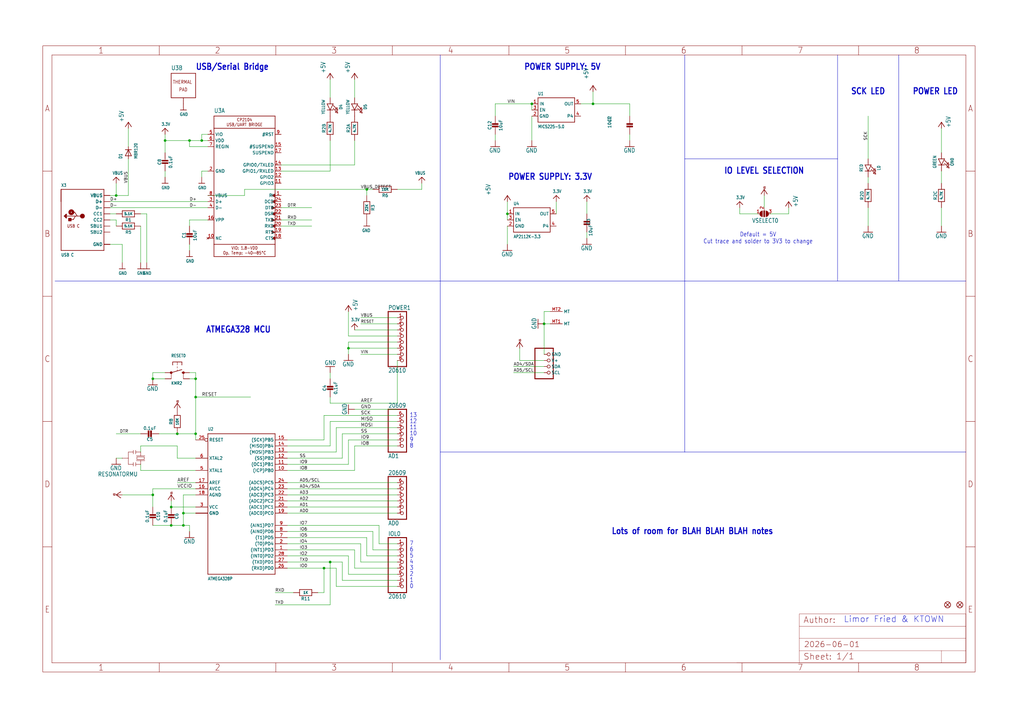
<source format=kicad_sch>
(kicad_sch (version 20230121) (generator eeschema)
  (paper "User" 425.45 298.602)
  (junction (at 73.66 180.34))
  (junction (at 71.12 210.82))
  (junction (at 71.12 218.44))
  (junction (at 137.16 233.68))
  (junction (at 81.28 180.34))
  (junction (at 76.2 218.44))
  (junction (at 144.78 144.78))
  (junction (at 68.58 58.42))
  (junction (at 63.5 157.48))
  (junction (at 152.4 78.74))
  (junction (at 210.82 88.9))
  (junction (at 226.06 134.62))
  (junction (at 246.38 43.18))
  (junction (at 63.5 205.74))
  (junction (at 81.28 165.1))
  (junction (at 48.26 81.28))
  (junction (at 78.74 58.42))
  (junction (at 220.98 43.18))
  (junction (at 76.2 213.36))
  (junction (at 134.62 236.22))
  (junction (at 81.28 157.48))
  (junction (at 83.82 58.42))
  (wire (pts (xy 86.36 55.88) (xy 83.82 55.88)) (stroke (width 0.1524)))
  (wire (pts (xy 81.28 182.88) (xy 81.28 180.34)) (stroke (width 0.1524)))
  (wire (pts (xy 144.78 231.14) (xy 119.38 231.14)) (stroke (width 0.1524)))
  (wire (pts (xy 139.7 187.96) (xy 119.38 187.96)) (stroke (width 0.1524)))
  (wire (pts (xy 83.82 55.88) (xy 83.82 58.42)) (stroke (width 0.1524)))
  (wire (pts (xy 243.84 96.52) (xy 243.84 99.06)) (stroke (width 0.1524)))
  (wire (pts (xy 76.2 213.36) (xy 81.28 213.36)) (stroke (width 0.1524)))
  (wire (pts (xy 165.1 213.36) (xy 119.38 213.36)) (stroke (width 0.1524)))
  (wire (pts (xy 45.72 83.82) (xy 86.36 83.82)) (stroke (width 0.1524)))
  (wire (pts (xy 50.8 101.6) (xy 45.72 101.6)) (stroke (width 0.1524)))
  (wire (pts (xy 147.32 185.42) (xy 165.1 185.42)) (stroke (width 0.1524)))
  (polyline (pts (xy 347.98 116.84) (xy 373.38 116.84)) (stroke (width 0.1524) (type solid)))
  (wire (pts (xy 165.1 182.88) (xy 144.78 182.88)) (stroke (width 0.1524)))
  (wire (pts (xy 63.5 205.74) (xy 63.5 203.2)) (stroke (width 0.1524)))
  (wire (pts (xy 137.16 233.68) (xy 142.24 233.68)) (stroke (width 0.1524)))
  (wire (pts (xy 137.16 58.42) (xy 137.16 71.12)) (stroke (width 0.1524)))
  (wire (pts (xy 226.06 134.62) (xy 228.6 134.62)) (stroke (width 0.1524)))
  (wire (pts (xy 165.1 233.68) (xy 149.86 233.68)) (stroke (width 0.1524)))
  (polyline (pts (xy 347.98 22.86) (xy 347.98 66.04)) (stroke (width 0.1524) (type solid)))
  (wire (pts (xy 86.36 81.28) (xy 101.6 81.28)) (stroke (width 0.1524)))
  (wire (pts (xy 142.24 180.34) (xy 165.1 180.34)) (stroke (width 0.1524)))
  (wire (pts (xy 327.66 88.9) (xy 320.04 88.9)) (stroke (width 0.1524)))
  (wire (pts (xy 307.34 88.9) (xy 314.96 88.9)) (stroke (width 0.1524)))
  (wire (pts (xy 58.42 185.42) (xy 73.66 185.42)) (stroke (width 0.1524)))
  (wire (pts (xy 144.78 129.54) (xy 144.78 139.7)) (stroke (width 0.1524)))
  (wire (pts (xy 81.28 205.74) (xy 76.2 205.74)) (stroke (width 0.1524)))
  (wire (pts (xy 83.82 58.42) (xy 78.74 58.42)) (stroke (width 0.1524)))
  (wire (pts (xy 220.98 45.72) (xy 220.98 43.18)) (stroke (width 0.1524)))
  (wire (pts (xy 165.1 78.74) (xy 175.26 78.74)) (stroke (width 0.1524)))
  (wire (pts (xy 139.7 243.84) (xy 139.7 236.22)) (stroke (width 0.1524)))
  (wire (pts (xy 152.4 231.14) (xy 165.1 231.14)) (stroke (width 0.1524)))
  (wire (pts (xy 53.34 66.04) (xy 53.34 81.28)) (stroke (width 0.1524)))
  (wire (pts (xy 114.3 251.46) (xy 137.16 251.46)) (stroke (width 0.1524)))
  (wire (pts (xy 165.1 177.8) (xy 139.7 177.8)) (stroke (width 0.1524)))
  (wire (pts (xy 53.34 53.34) (xy 53.34 60.96)) (stroke (width 0.1524)))
  (wire (pts (xy 119.38 210.82) (xy 165.1 210.82)) (stroke (width 0.1524)))
  (wire (pts (xy 81.28 195.58) (xy 58.42 195.58)) (stroke (width 0.1524)))
  (wire (pts (xy 71.12 210.82) (xy 71.12 208.28)) (stroke (width 0.1524)))
  (wire (pts (xy 48.26 81.28) (xy 48.26 76.2)) (stroke (width 0.1524)))
  (wire (pts (xy 165.1 167.64) (xy 165.1 149.86)) (stroke (width 0.1524)))
  (wire (pts (xy 317.5 81.28) (xy 317.5 86.36)) (stroke (width 0.1524)))
  (wire (pts (xy 50.8 190.5) (xy 48.26 190.5)) (stroke (width 0.1524)))
  (wire (pts (xy 78.74 60.96) (xy 78.74 58.42)) (stroke (width 0.1524)))
  (wire (pts (xy 157.48 226.06) (xy 165.1 226.06)) (stroke (width 0.1524)))
  (wire (pts (xy 76.2 205.74) (xy 76.2 213.36)) (stroke (width 0.1524)))
  (wire (pts (xy 142.24 190.5) (xy 142.24 180.34)) (stroke (width 0.1524)))
  (wire (pts (xy 147.32 236.22) (xy 165.1 236.22)) (stroke (width 0.1524)))
  (wire (pts (xy 53.34 81.28) (xy 48.26 81.28)) (stroke (width 0.1524)))
  (wire (pts (xy 165.1 208.28) (xy 119.38 208.28)) (stroke (width 0.1524)))
  (wire (pts (xy 152.4 223.52) (xy 152.4 231.14)) (stroke (width 0.1524)))
  (wire (pts (xy 228.6 129.54) (xy 226.06 129.54)) (stroke (width 0.1524)))
  (wire (pts (xy 165.1 142.24) (xy 144.78 142.24)) (stroke (width 0.1524)))
  (wire (pts (xy 63.5 210.82) (xy 63.5 205.74)) (stroke (width 0.1524)))
  (wire (pts (xy 165.1 167.64) (xy 137.16 167.64)) (stroke (width 0.1524)))
  (wire (pts (xy 48.26 180.34) (xy 58.42 180.34)) (stroke (width 0.1524)))
  (wire (pts (xy 226.06 147.32) (xy 226.06 134.62)) (stroke (width 0.1524)))
  (wire (pts (xy 261.62 43.18) (xy 261.62 48.26)) (stroke (width 0.1524)))
  (wire (pts (xy 144.78 238.76) (xy 144.78 231.14)) (stroke (width 0.1524)))
  (wire (pts (xy 147.32 195.58) (xy 147.32 185.42)) (stroke (width 0.1524)))
  (wire (pts (xy 119.38 182.88) (xy 134.62 182.88)) (stroke (width 0.1524)))
  (wire (pts (xy 86.36 58.42) (xy 83.82 58.42)) (stroke (width 0.1524)))
  (wire (pts (xy 134.62 246.38) (xy 132.08 246.38)) (stroke (width 0.1524)))
  (wire (pts (xy 81.28 203.2) (xy 63.5 203.2)) (stroke (width 0.1524)))
  (wire (pts (xy 119.38 205.74) (xy 165.1 205.74)) (stroke (width 0.1524)))
  (wire (pts (xy 73.66 190.5) (xy 81.28 190.5)) (stroke (width 0.1524)))
  (polyline (pts (xy 347.98 66.04) (xy 347.98 116.84)) (stroke (width 0.1524) (type solid)))
  (wire (pts (xy 147.32 68.58) (xy 147.32 58.42)) (stroke (width 0.1524)))
  (wire (pts (xy 215.9 149.86) (xy 215.9 144.78)) (stroke (width 0.1524)))
  (wire (pts (xy 63.5 154.94) (xy 63.5 157.48)) (stroke (width 0.1524)))
  (polyline (pts (xy 284.48 187.96) (xy 182.88 187.96)) (stroke (width 0.1524) (type solid)))
  (wire (pts (xy 78.74 157.48) (xy 81.28 157.48)) (stroke (width 0.1524)))
  (wire (pts (xy 101.6 78.74) (xy 152.4 78.74)) (stroke (width 0.1524)))
  (wire (pts (xy 327.66 86.36) (xy 327.66 88.9)) (stroke (width 0.1524)))
  (wire (pts (xy 165.1 203.2) (xy 119.38 203.2)) (stroke (width 0.1524)))
  (wire (pts (xy 210.82 88.9) (xy 210.82 83.82)) (stroke (width 0.1524)))
  (wire (pts (xy 81.28 180.34) (xy 81.28 165.1)) (stroke (width 0.1524)))
  (wire (pts (xy 119.38 233.68) (xy 137.16 233.68)) (stroke (width 0.1524)))
  (wire (pts (xy 73.66 180.34) (xy 81.28 180.34)) (stroke (width 0.1524)))
  (wire (pts (xy 116.84 71.12) (xy 137.16 71.12)) (stroke (width 0.1524)))
  (wire (pts (xy 68.58 71.12) (xy 68.58 73.66)) (stroke (width 0.1524)))
  (wire (pts (xy 58.42 187.96) (xy 58.42 185.42)) (stroke (width 0.1524)))
  (wire (pts (xy 66.04 180.34) (xy 73.66 180.34)) (stroke (width 0.1524)))
  (wire (pts (xy 134.62 236.22) (xy 119.38 236.22)) (stroke (width 0.1524)))
  (polyline (pts (xy 22.86 116.84) (xy 182.88 116.84)) (stroke (width 0.1524) (type solid)))
  (wire (pts (xy 78.74 91.44) (xy 78.74 93.98)) (stroke (width 0.1524)))
  (wire (pts (xy 116.84 68.58) (xy 147.32 68.58)) (stroke (width 0.1524)))
  (polyline (pts (xy 284.48 116.84) (xy 347.98 116.84)) (stroke (width 0.1524) (type solid)))
  (wire (pts (xy 226.06 129.54) (xy 226.06 134.62)) (stroke (width 0.1524)))
  (wire (pts (xy 137.16 33.02) (xy 137.16 40.64)) (stroke (width 0.1524)))
  (wire (pts (xy 144.78 142.24) (xy 144.78 144.78)) (stroke (width 0.1524)))
  (wire (pts (xy 137.16 175.26) (xy 165.1 175.26)) (stroke (width 0.1524)))
  (polyline (pts (xy 182.88 187.96) (xy 182.88 116.84)) (stroke (width 0.1524) (type solid)))
  (wire (pts (xy 81.28 157.48) (xy 81.28 165.1)) (stroke (width 0.1524)))
  (wire (pts (xy 81.28 154.94) (xy 81.28 157.48)) (stroke (width 0.1524)))
  (wire (pts (xy 78.74 154.94) (xy 81.28 154.94)) (stroke (width 0.1524)))
  (wire (pts (xy 78.74 218.44) (xy 78.74 220.98)) (stroke (width 0.1524)))
  (wire (pts (xy 243.84 83.82) (xy 243.84 88.9)) (stroke (width 0.1524)))
  (wire (pts (xy 134.62 172.72) (xy 165.1 172.72)) (stroke (width 0.1524)))
  (wire (pts (xy 48.26 91.44) (xy 48.26 93.98)) (stroke (width 0.1524)))
  (wire (pts (xy 76.2 218.44) (xy 71.12 218.44)) (stroke (width 0.1524)))
  (wire (pts (xy 137.16 165.1) (xy 137.16 167.64)) (stroke (width 0.1524)))
  (wire (pts (xy 226.06 149.86) (xy 215.9 149.86)) (stroke (width 0.1524)))
  (wire (pts (xy 81.28 200.66) (xy 73.66 200.66)) (stroke (width 0.1524)))
  (wire (pts (xy 137.16 251.46) (xy 137.16 233.68)) (stroke (width 0.1524)))
  (polyline (pts (xy 284.48 116.84) (xy 284.48 187.96)) (stroke (width 0.1524) (type solid)))
  (wire (pts (xy 116.84 86.36) (xy 129.54 86.36)) (stroke (width 0.1524)))
  (wire (pts (xy 147.32 40.64) (xy 147.32 33.02)) (stroke (width 0.1524)))
  (wire (pts (xy 134.62 182.88) (xy 134.62 172.72)) (stroke (width 0.1524)))
  (wire (pts (xy 144.78 182.88) (xy 144.78 193.04)) (stroke (width 0.1524)))
  (wire (pts (xy 154.94 228.6) (xy 154.94 220.98)) (stroke (width 0.1524)))
  (wire (pts (xy 137.16 157.48) (xy 137.16 154.94)) (stroke (width 0.1524)))
  (wire (pts (xy 142.24 241.3) (xy 165.1 241.3)) (stroke (width 0.1524)))
  (wire (pts (xy 175.26 78.74) (xy 175.26 76.2)) (stroke (width 0.1524)))
  (wire (pts (xy 241.3 43.18) (xy 246.38 43.18)) (stroke (width 0.1524)))
  (wire (pts (xy 119.38 190.5) (xy 142.24 190.5)) (stroke (width 0.1524)))
  (wire (pts (xy 360.68 76.2) (xy 360.68 73.66)) (stroke (width 0.1524)))
  (wire (pts (xy 137.16 185.42) (xy 119.38 185.42)) (stroke (width 0.1524)))
  (wire (pts (xy 210.82 101.6) (xy 210.82 93.98)) (stroke (width 0.1524)))
  (wire (pts (xy 205.74 43.18) (xy 205.74 48.26)) (stroke (width 0.1524)))
  (wire (pts (xy 119.38 223.52) (xy 152.4 223.52)) (stroke (width 0.1524)))
  (wire (pts (xy 231.14 83.82) (xy 231.14 88.9)) (stroke (width 0.1524)))
  (wire (pts (xy 114.3 246.38) (xy 121.92 246.38)) (stroke (width 0.1524)))
  (wire (pts (xy 391.16 86.36) (xy 391.16 93.98)) (stroke (width 0.1524)))
  (wire (pts (xy 142.24 233.68) (xy 142.24 241.3)) (stroke (width 0.1524)))
  (wire (pts (xy 68.58 58.42) (xy 68.58 55.88)) (stroke (width 0.1524)))
  (wire (pts (xy 78.74 101.6) (xy 78.74 104.14)) (stroke (width 0.1524)))
  (wire (pts (xy 261.62 55.88) (xy 261.62 58.42)) (stroke (width 0.1524)))
  (wire (pts (xy 68.58 154.94) (xy 63.5 154.94)) (stroke (width 0.1524)))
  (wire (pts (xy 45.72 81.28) (xy 48.26 81.28)) (stroke (width 0.1524)))
  (wire (pts (xy 149.86 226.06) (xy 119.38 226.06)) (stroke (width 0.1524)))
  (wire (pts (xy 101.6 81.28) (xy 101.6 78.74)) (stroke (width 0.1524)))
  (wire (pts (xy 58.42 93.98) (xy 58.42 109.22)) (stroke (width 0.1524)))
  (wire (pts (xy 68.58 58.42) (xy 68.58 63.5)) (stroke (width 0.1524)))
  (polyline (pts (xy 284.48 116.84) (xy 182.88 116.84)) (stroke (width 0.1524) (type solid)))
  (wire (pts (xy 360.68 93.98) (xy 360.68 86.36)) (stroke (width 0.1524)))
  (wire (pts (xy 71.12 218.44) (xy 63.5 218.44)) (stroke (width 0.1524)))
  (wire (pts (xy 119.38 228.6) (xy 147.32 228.6)) (stroke (width 0.1524)))
  (wire (pts (xy 119.38 195.58) (xy 147.32 195.58)) (stroke (width 0.1524)))
  (wire (pts (xy 45.72 86.36) (xy 86.36 86.36)) (stroke (width 0.1524)))
  (polyline (pts (xy 401.32 187.96) (xy 284.48 187.96)) (stroke (width 0.1524) (type solid)))
  (wire (pts (xy 129.54 93.98) (xy 116.84 93.98)) (stroke (width 0.1524)))
  (wire (pts (xy 157.48 218.44) (xy 157.48 226.06)) (stroke (width 0.1524)))
  (wire (pts (xy 246.38 43.18) (xy 261.62 43.18)) (stroke (width 0.1524)))
  (wire (pts (xy 391.16 53.34) (xy 391.16 63.5)) (stroke (width 0.1524)))
  (polyline (pts (xy 182.88 274.32) (xy 182.88 187.96)) (stroke (width 0.1524) (type solid)))
  (wire (pts (xy 139.7 177.8) (xy 139.7 187.96)) (stroke (width 0.1524)))
  (wire (pts (xy 116.84 91.44) (xy 129.54 91.44)) (stroke (width 0.1524)))
  (wire (pts (xy 104.14 165.1) (xy 81.28 165.1)) (stroke (width 0.1524)))
  (wire (pts (xy 83.82 71.12) (xy 83.82 73.66)) (stroke (width 0.1524)))
  (wire (pts (xy 76.2 218.44) (xy 78.74 218.44)) (stroke (width 0.1524)))
  (wire (pts (xy 86.36 91.44) (xy 78.74 91.44)) (stroke (width 0.1524)))
  (wire (pts (xy 149.86 147.32) (xy 165.1 147.32)) (stroke (width 0.1524)))
  (polyline (pts (xy 284.48 66.04) (xy 347.98 66.04)) (stroke (width 0.1524) (type solid)))
  (wire (pts (xy 205.74 43.18) (xy 220.98 43.18)) (stroke (width 0.1524)))
  (wire (pts (xy 165.1 238.76) (xy 144.78 238.76)) (stroke (width 0.1524)))
  (wire (pts (xy 165.1 144.78) (xy 144.78 144.78)) (stroke (width 0.1524)))
  (wire (pts (xy 134.62 246.38) (xy 134.62 236.22)) (stroke (width 0.1524)))
  (wire (pts (xy 226.06 152.4) (xy 213.36 152.4)) (stroke (width 0.1524)))
  (wire (pts (xy 137.16 185.42) (xy 137.16 175.26)) (stroke (width 0.1524)))
  (wire (pts (xy 78.74 58.42) (xy 68.58 58.42)) (stroke (width 0.1524)))
  (wire (pts (xy 149.86 233.68) (xy 149.86 226.06)) (stroke (width 0.1524)))
  (wire (pts (xy 165.1 139.7) (xy 144.78 139.7)) (stroke (width 0.1524)))
  (wire (pts (xy 68.58 157.48) (xy 63.5 157.48)) (stroke (width 0.1524)))
  (wire (pts (xy 226.06 154.94) (xy 213.36 154.94)) (stroke (width 0.1524)))
  (wire (pts (xy 73.66 185.42) (xy 73.66 190.5)) (stroke (width 0.1524)))
  (wire (pts (xy 165.1 132.08) (xy 149.86 132.08)) (stroke (width 0.1524)))
  (wire (pts (xy 144.78 144.78) (xy 144.78 147.32)) (stroke (width 0.1524)))
  (wire (pts (xy 45.72 91.44) (xy 48.26 91.44)) (stroke (width 0.1524)))
  (polyline (pts (xy 284.48 22.86) (xy 284.48 66.04)) (stroke (width 0.1524) (type solid)))
  (wire (pts (xy 154.94 220.98) (xy 119.38 220.98)) (stroke (width 0.1524)))
  (polyline (pts (xy 182.88 116.84) (xy 182.88 22.86)) (stroke (width 0.1524) (type solid)))
  (wire (pts (xy 86.36 60.96) (xy 78.74 60.96)) (stroke (width 0.1524)))
  (polyline (pts (xy 373.38 116.84) (xy 401.32 116.84)) (stroke (width 0.1524) (type solid)))
  (wire (pts (xy 45.72 88.9) (xy 48.26 88.9)) (stroke (width 0.1524)))
  (wire (pts (xy 119.38 218.44) (xy 157.48 218.44)) (stroke (width 0.1524)))
  (wire (pts (xy 50.8 205.74) (xy 63.5 205.74)) (stroke (width 0.1524)))
  (wire (pts (xy 147.32 228.6) (xy 147.32 236.22)) (stroke (width 0.1524)))
  (wire (pts (xy 76.2 218.44) (xy 76.2 213.36)) (stroke (width 0.1524)))
  (wire (pts (xy 119.38 200.66) (xy 165.1 200.66)) (stroke (width 0.1524)))
  (polyline (pts (xy 284.48 66.04) (xy 284.48 116.84)) (stroke (width 0.1524) (type solid)))
  (wire (pts (xy 86.36 71.12) (xy 83.82 71.12)) (stroke (width 0.1524)))
  (wire (pts (xy 50.8 109.22) (xy 50.8 101.6)) (stroke (width 0.1524)))
  (wire (pts (xy 220.98 48.26) (xy 220.98 58.42)) (stroke (width 0.1524)))
  (wire (pts (xy 152.4 78.74) (xy 152.4 81.28)) (stroke (width 0.1524)))
  (wire (pts (xy 391.16 76.2) (xy 391.16 71.12)) (stroke (width 0.1524)))
  (wire (pts (xy 149.86 134.62) (xy 165.1 134.62)) (stroke (width 0.1524)))
  (wire (pts (xy 58.42 195.58) (xy 58.42 193.04)) (stroke (width 0.1524)))
  (wire (pts (xy 360.68 66.04) (xy 360.68 48.26)) (stroke (width 0.1524)))
  (wire (pts (xy 144.78 193.04) (xy 119.38 193.04)) (stroke (width 0.1524)))
  (wire (pts (xy 165.1 137.16) (xy 147.32 137.16)) (stroke (width 0.1524)))
  (wire (pts (xy 165.1 243.84) (xy 139.7 243.84)) (stroke (width 0.1524)))
  (wire (pts (xy 205.74 55.88) (xy 205.74 58.42)) (stroke (width 0.1524)))
  (wire (pts (xy 81.28 210.82) (xy 71.12 210.82)) (stroke (width 0.1524)))
  (wire (pts (xy 58.42 88.9) (xy 60.96 88.9)) (stroke (width 0.1524)))
  (wire (pts (xy 246.38 38.1) (xy 246.38 43.18)) (stroke (width 0.1524)))
  (polyline (pts (xy 373.38 22.86) (xy 373.38 116.84)) (stroke (width 0.1524) (type solid)))
  (wire (pts (xy 165.1 170.18) (xy 147.32 170.18)) (stroke (width 0.1524)))
  (wire (pts (xy 210.82 91.44) (xy 210.82 88.9)) (stroke (width 0.1524)))
  (wire (pts (xy 307.34 86.36) (xy 307.34 88.9)) (stroke (width 0.1524)))
  (wire (pts (xy 60.96 88.9) (xy 60.96 109.22)) (stroke (width 0.1524)))
  (wire (pts (xy 152.4 78.74) (xy 154.94 78.74)) (stroke (width 0.1524)))
  (wire (pts (xy 165.1 228.6) (xy 154.94 228.6)) (stroke (width 0.1524)))
  (wire (pts (xy 139.7 236.22) (xy 134.62 236.22)) (stroke (width 0.1524)))
  (text "10" (at 170.18 180.34 0) (effects (font (size 1.778 1.5113)) (justify left)))
  (text "5" (at 170.18 231.14 0) (effects (font (size 1.778 1.5113)) (justify left)))
  (text "12" (at 170.18 175.26 0) (effects (font (size 1.778 1.5113)) (justify left)))
  (text "11" (at 170.18 177.8 0) (effects (font (size 1.778 1.5113)) (justify left)))
  (text "Limor Fried & KTOWN" (at 350.52 259.08 0) (effects (font (size 2.54 2.54)) (justify left bottom)))
  (text "SCK LED" (at 360.68 38.1 0) (effects (font (size 2.54 2.159) (thickness 0.4318) bold)))
  (text "POWER LED" (at 388.62 38.1 0) (effects (font (size 2.54 2.159) (thickness 0.4318) bold)))
  (text "3" (at 170.18 236.22 0) (effects (font (size 1.778 1.5113)) (justify left)))
  (text "POWER SUPPLY: 5V" (at 233.68 27.94 0) (effects (font (size 2.54 2.159) (thickness 0.4318) bold)))
  (text "8" (at 170.18 185.42 0) (effects (font (size 1.778 1.5113)) (justify left)))
  (text "2" (at 170.18 238.76 0) (effects (font (size 1.778 1.5113)) (justify left)))
  (text "4" (at 170.18 233.68 0) (effects (font (size 1.778 1.5113)) (justify left)))
  (text "USB/Serial Bridge" (at 96.52 27.94 0) (effects (font (size 2.54 2.159) (thickness 0.4318) bold)))
  (text "POWER SUPPLY: 3.3V" (at 228.6 73.66 0) (effects (font (size 2.54 2.159) (thickness 0.4318) bold)))
  (text "1" (at 170.18 241.3 0) (effects (font (size 1.778 1.5113)) (justify left)))
  (text "9" (at 170.18 182.88 0) (effects (font (size 1.778 1.5113)) (justify left)))
  (text "ATMEGA328 MCU" (at 99.06 137.16 0) (effects (font (size 2.54 2.159) (thickness 0.4318) bold)))
  (text "IO LEVEL SELECTION" (at 317.5 71.12 0) (effects (font (size 2.54 2.159) (thickness 0.4318) bold)))
  (text "7" (at 170.18 226.06 0) (effects (font (size 1.778 1.5113)) (justify left)))
  (text "6" (at 170.18 228.6 0) (effects (font (size 1.778 1.5113)) (justify left)))
  (text "0" (at 170.18 243.84 0) (effects (font (size 1.778 1.5113)) (justify left)))
  (text "Default = 5V\nCut trace and solder to 3V3 to change" (at 314.96 99.06 0) (effects (font (size 1.778 1.5113))))
  (text "13" (at 170.18 172.72 0) (effects (font (size 1.778 1.5113)) (justify left)))
  (text "Lots of room for BLAH BLAH BLAH notes" (at 254 220.98 0) (effects (font (size 2.54 2.159) (thickness 0.4318) bold) (justify left)))
  (label "VBUS_DETECT" (at 149.86 78.74 0) (effects (font (size 1.2446 1.2446))))
  (label "VCCIO" (at 73.66 203.2 0) (effects (font (size 1.3513 1.3513))))
  (label "RXD" (at 114.3 246.38 0) (effects (font (size 1.2446 1.2446))))
  (label "AREF" (at 73.66 200.66 0) (effects (font (size 1.3513 1.3513))))
  (label "MISO" (at 149.86 175.26 0) (effects (font (size 1.3513 1.3513))))
  (label "IO9" (at 124.46 193.04 0) (effects (font (size 1.2446 1.2446))))
  (label "IO2" (at 124.46 231.14 0) (effects (font (size 1.2446 1.2446))))
  (label "AD4/SDA" (at 124.46 203.2 0) (effects (font (size 1.2446 1.2446))))
  (label "D-" (at 45.72 86.36 0) (effects (font (size 1.2446 1.2446))))
  (label "D+" (at 78.74 83.82 0) (effects (font (size 1.2446 1.2446))))
  (label "IO3" (at 124.46 228.6 0) (effects (font (size 1.2446 1.2446))))
  (label "TXD" (at 119.38 93.98 0) (effects (font (size 1.2446 1.2446))))
  (label "D+" (at 45.72 83.82 0) (effects (font (size 1.2446 1.2446))))
  (label "MOSI" (at 149.86 177.8 0) (effects (font (size 1.3513 1.3513))))
  (label "IO5" (at 124.46 223.52 0) (effects (font (size 1.2446 1.2446))))
  (label "IO0" (at 124.46 236.22 0) (effects (font (size 1.2446 1.2446))))
  (label "IO7" (at 124.46 218.44 0) (effects (font (size 1.2446 1.2446))))
  (label "IO9" (at 149.86 182.88 0) (effects (font (size 1.3513 1.3513))))
  (label "AD5/SCL" (at 213.36 154.94 0) (effects (font (size 1.2446 1.2446))))
  (label "IO6" (at 124.46 220.98 0) (effects (font (size 1.2446 1.2446))))
  (label "SS" (at 124.46 190.5 0) (effects (font (size 1.2446 1.2446))))
  (label "AD3" (at 124.46 205.74 0) (effects (font (size 1.2446 1.2446))))
  (label "VBUS" (at 149.86 132.08 0) (effects (font (size 1.2446 1.2446))))
  (label "AD1" (at 124.46 210.82 0) (effects (font (size 1.2446 1.2446))))
  (label "RXD" (at 119.38 91.44 0) (effects (font (size 1.2446 1.2446))))
  (label "VBUS" (at 53.34 76.2 90) (effects (font (size 1.2446 1.2446))))
  (label "AD5/SCL" (at 124.46 200.66 0) (effects (font (size 1.2446 1.2446))))
  (label "SCK" (at 149.86 172.72 0) (effects (font (size 1.3513 1.3513))))
  (label "AD4/SDA" (at 213.36 152.4 0) (effects (font (size 1.2446 1.2446))))
  (label "RESET" (at 83.82 165.1 0) (effects (font (size 1.3513 1.3513))))
  (label "TXD" (at 124.46 233.68 0) (effects (font (size 1.2446 1.2446))))
  (label "DTR" (at 53.34 180.34 180) (effects (font (size 1.2446 1.2446))))
  (label "AD2" (at 124.46 208.28 0) (effects (font (size 1.2446 1.2446))))
  (label "IO8" (at 124.46 195.58 0) (effects (font (size 1.2446 1.2446))))
  (label "AREF" (at 149.86 167.64 0) (effects (font (size 1.3513 1.3513))))
  (label "AD0" (at 124.46 213.36 0) (effects (font (size 1.2446 1.2446))))
  (label "IO8" (at 149.86 185.42 0) (effects (font (size 1.3513 1.3513))))
  (label "TXD" (at 114.3 251.46 0) (effects (font (size 1.2446 1.2446))))
  (label "D-" (at 78.74 86.36 0) (effects (font (size 1.2446 1.2446))))
  (label "SS" (at 149.86 180.34 0) (effects (font (size 1.3513 1.3513))))
  (label "VIN" (at 149.86 147.32 0) (effects (font (size 1.2446 1.2446))))
  (label "GND" (at 149.86 170.18 0) (effects (font (size 1.3513 1.3513))))
  (label "VIN" (at 210.82 43.18 0) (effects (font (size 1.2446 1.2446))))
  (label "RESET" (at 149.86 134.62 0) (effects (font (size 1.1735 1.1735))))
  (label "SCK" (at 360.68 58.42 90) (effects (font (size 1.2446 1.2446))))
  (label "IO4" (at 124.46 226.06 0) (effects (font (size 1.2446 1.2446))))
  (label "DTR" (at 119.38 86.36 0) (effects (font (size 1.2446 1.2446))))
  (symbol (lib_id "working-eagle-import:3.3V") (at 307.34 83.82 0) (unit 1)
    (property "Reference" "#U$9" (effects hide))
    (property "Value" "3.3V" (at 305.816 82.804 0) (effects (font (size 1.27 1.0795)) (justify left bottom)))
  )
  (symbol (lib_id "working-eagle-import:+5V") (at 246.38 35.56 0) (unit 1)
    (property "Reference" "#P+14" (effects hide))
    (property "Value" "+5V" (at 244.475 33.02 90) (effects (font (size 1.778 1.5113)) (justify left bottom)))
  )
  (symbol (lib_id "working-eagle-import:microbuilder_GND") (at 83.82 76.2 0) (unit 1)
    (property "Reference" "#U$15" (effects hide))
    (property "Value" "GND" (at 82.296 78.74 0) (effects (font (size 1.27 1.0795)) (justify left bottom)))
  )
  (symbol (lib_id "working-eagle-import:RESISTOR_0603_NOOUT") (at 152.4 86.36 270) (mirror x) (unit 1)
    (property "Reference" "R3" (at 154.94 86.36 0))
    (property "Value" "22K" (at 152.4 86.36 0) (effects (font (size 1.016 1.016) bold)))
    (property "Footprint" "working:0603-NO" (effects hide))
  )
  (symbol (lib_id "working-eagle-import:SWITCH_TACT_SMT4.6X2.8") (at 73.66 154.94 0) (unit 1)
    (property "Reference" "RESET0" (at 71.12 148.59 0) (effects (font (size 1.27 1.0795)) (justify left bottom)))
    (property "Value" "KMR2" (at 71.12 160.02 0) (effects (font (size 1.27 1.0795)) (justify left bottom)))
    (property "Footprint" "working:BTN_KMR2_4.6X2.8" (effects hide))
  )
  (symbol (lib_id "working-eagle-import:STEMMA_I2C_QT") (at 226.06 152.4 0) (unit 1)
    (property "Reference" "CONN1" (effects hide))
    (property "Value" "STEMMA_I2C_QT" (effects hide))
    (property "Footprint" "working:JST_SH4" (effects hide))
  )
  (symbol (lib_id "working-eagle-import:USB_C") (at 35.56 91.44 0) (unit 1)
    (property "Reference" "X3" (at 25.4 77.724 0) (effects (font (size 1.27 1.0795)) (justify left bottom)))
    (property "Value" "USB C" (at 25.4 106.68 0) (effects (font (size 1.27 1.0795)) (justify left bottom)))
    (property "Footprint" "working:USB_C_CUSB31-CFM2AX-01-X" (effects hide))
  )
  (symbol (lib_id "working-eagle-import:FIDUCIAL_1MM") (at 398.78 251.46 0) (unit 1)
    (property "Reference" "FD2" (effects hide))
    (property "Value" "FIDUCIAL_1MM" (effects hide))
    (property "Footprint" "working:FIDUCIAL_1MM" (effects hide))
  )
  (symbol (lib_id "working-eagle-import:GND") (at 210.82 104.14 0) (unit 1)
    (property "Reference" "#GND1" (effects hide))
    (property "Value" "GND" (at 208.28 106.68 0) (effects (font (size 1.778 1.5113)) (justify left bottom)))
  )
  (symbol (lib_id "working-eagle-import:SOLDERJUMPER_2WAY") (at 317.5 88.9 0) (unit 1)
    (property "Reference" "VSELECT0" (at 312.42 92.71 0) (effects (font (size 1.778 1.5113)) (justify left bottom)))
    (property "Value" "SOLDERJUMPER_2WAY" (effects hide))
    (property "Footprint" "working:SOLDERJUMPER_2WAY_OPEN_NOPASTE" (effects hide))
  )
  (symbol (lib_id "working-eagle-import:CAP_CERAMIC0603_NO") (at 71.12 213.36 180) (unit 1)
    (property "Reference" "C6" (at 73.41 214.61 90))
    (property "Value" "0.1uF" (at 68.82 214.61 90))
    (property "Footprint" "working:0603-NO" (effects hide))
  )
  (symbol (lib_id "working-eagle-import:GND") (at 220.98 60.96 0) (unit 1)
    (property "Reference" "#GND11" (effects hide))
    (property "Value" "GND" (at 218.44 63.5 0) (effects (font (size 1.778 1.5113)) (justify left bottom)))
  )
  (symbol (lib_id "working-eagle-import:RESISTOR_0603_NOOUT") (at 53.34 93.98 180) (unit 1)
    (property "Reference" "R5" (at 53.34 96.52 0))
    (property "Value" "5.1K" (at 53.34 93.98 0) (effects (font (size 1.016 1.016) bold)))
    (property "Footprint" "working:0603-NO" (effects hide))
  )
  (symbol (lib_id "working-eagle-import:CP2104") (at 101.6 76.2 0) (unit 1)
    (property "Reference" "U3" (at 88.9 46.99 0) (effects (font (size 1.778 1.5113)) (justify left bottom)))
    (property "Value" "CP210x" (effects hide))
    (property "Footprint" "working:QFN24_4MM_SMSC" (effects hide))
  )
  (symbol (lib_id "working-eagle-import:+5V") (at 137.16 30.48 0) (unit 1)
    (property "Reference" "#P+7" (effects hide))
    (property "Value" "+5V" (at 135.255 30.48 90) (effects (font (size 1.778 1.5113)) (justify left bottom)))
  )
  (symbol (lib_id "working-eagle-import:microbuilder_GND") (at 68.58 76.2 0) (unit 1)
    (property "Reference" "#U$19" (effects hide))
    (property "Value" "GND" (at 67.056 78.74 0) (effects (font (size 1.27 1.0795)) (justify left bottom)))
  )
  (symbol (lib_id "working-eagle-import:adafruit_power_VBUS") (at 48.26 73.66 0) (unit 1)
    (property "Reference" "#U$28" (effects hide))
    (property "Value" "VBUS" (at 46.736 72.644 0) (effects (font (size 1.27 1.0795)) (justify left bottom)))
  )
  (symbol (lib_id "working-eagle-import:3.3V") (at 147.32 134.62 0) (unit 1)
    (property "Reference" "#U$8" (effects hide))
    (property "Value" "3.3V" (at 145.796 133.604 0) (effects (font (size 1.27 1.0795)) (justify left bottom)))
  )
  (symbol (lib_id "working-eagle-import:GND") (at 48.26 193.04 0) (unit 1)
    (property "Reference" "#GND3" (effects hide))
    (property "Value" "GND" (at 45.72 195.58 0) (effects (font (size 1.778 1.5113)) (justify left bottom)))
  )
  (symbol (lib_id "working-eagle-import:GND") (at 205.74 60.96 0) (unit 1)
    (property "Reference" "#GND25" (effects hide))
    (property "Value" "GND" (at 203.2 63.5 0) (effects (font (size 1.778 1.5113)) (justify left bottom)))
  )
  (symbol (lib_id "working-eagle-import:VCCIO") (at 215.9 142.24 0) (unit 1)
    (property "Reference" "#VCC3" (effects hide))
    (property "Value" "VCCIO" (effects hide))
  )
  (symbol (lib_id "working-eagle-import:RESISTOR_4PACK") (at 147.32 53.34 90) (unit 1)
    (property "Reference" "R2" (at 144.78 53.34 0))
    (property "Value" "4.7K" (at 147.32 53.34 0) (effects (font (size 1.016 1.016) bold)))
    (property "Footprint" "working:RESPACK_4X0603" (effects hide))
  )
  (symbol (lib_id "working-eagle-import:3.3V") (at 231.14 81.28 0) (unit 1)
    (property "Reference" "#U$3" (effects hide))
    (property "Value" "3.3V" (at 229.616 80.264 0) (effects (font (size 1.27 1.0795)) (justify left bottom)))
  )
  (symbol (lib_id "working-eagle-import:VCCIO") (at 71.12 205.74 0) (unit 1)
    (property "Reference" "#VCC4" (effects hide))
    (property "Value" "VCCIO" (effects hide))
  )
  (symbol (lib_id "working-eagle-import:+5V") (at 210.82 81.28 0) (unit 1)
    (property "Reference" "#P+3" (effects hide))
    (property "Value" "+5V" (at 203.835 81.28 90) (effects (font (size 1.778 1.5113)) (justify left bottom)))
  )
  (symbol (lib_id "working-eagle-import:GND") (at 261.62 60.96 0) (unit 1)
    (property "Reference" "#GND7" (effects hide))
    (property "Value" "GND" (at 259.08 63.5 0) (effects (font (size 1.778 1.5113)) (justify left bottom)))
  )
  (symbol (lib_id "working-eagle-import:LED0603_NOOUTLINE") (at 137.16 45.72 270) (unit 1)
    (property "Reference" "D4" (at 141.605 44.45 0) (effects (font (size 1.27 1.0795))))
    (property "Value" "YELLOW" (at 134.366 44.45 0) (effects (font (size 1.27 1.0795))))
    (property "Footprint" "working:CHIPLED_0603_NOOUTLINE" (effects hide))
  )
  (symbol (lib_id "working-eagle-import:+5V") (at 147.32 30.48 0) (unit 1)
    (property "Reference" "#P+8" (effects hide))
    (property "Value" "+5V" (at 145.415 30.48 90) (effects (font (size 1.778 1.5113)) (justify left bottom)))
  )
  (symbol (lib_id "working-eagle-import:microbuilder_GND") (at 50.8 111.76 0) (unit 1)
    (property "Reference" "#U$23" (effects hide))
    (property "Value" "GND" (at 49.276 114.3 0) (effects (font (size 1.27 1.0795)) (justify left bottom)))
  )
  (symbol (lib_id "working-eagle-import:STEMMA_I2C_QT") (at 228.6 134.62 0) (unit 2)
    (property "Reference" "CONN1" (effects hide))
    (property "Value" "STEMMA_I2C_QT" (effects hide))
    (property "Footprint" "working:JST_SH4" (effects hide))
  )
  (symbol (lib_id "working-eagle-import:microbuilder_GND") (at 78.74 106.68 0) (unit 1)
    (property "Reference" "#U$16" (effects hide))
    (property "Value" "GND" (at 77.216 109.22 0) (effects (font (size 1.27 1.0795)) (justify left bottom)))
  )
  (symbol (lib_id "working-eagle-import:CAP_CERAMIC0805-NOOUTLINE") (at 78.74 99.06 0) (unit 1)
    (property "Reference" "C1" (at 76.45 97.81 90))
    (property "Value" "10uF" (at 81.04 97.81 90))
    (property "Footprint" "working:0805-NO" (effects hide))
  )
  (symbol (lib_id "working-eagle-import:LED0603_NOOUTLINE") (at 147.32 45.72 270) (unit 1)
    (property "Reference" "D5" (at 151.765 44.45 0) (effects (font (size 1.27 1.0795))))
    (property "Value" "YELLOW" (at 144.526 44.45 0) (effects (font (size 1.27 1.0795))))
    (property "Footprint" "working:CHIPLED_0603_NOOUTLINE" (effects hide))
  )
  (symbol (lib_id "working-eagle-import:RESONATORMU") (at 58.42 190.5 0) (unit 1)
    (property "Reference" "Y2" (effects hide))
    (property "Value" "RESONATORMU" (at 40.64 198.12 0) (effects (font (size 1.778 1.5113)) (justify left bottom)))
    (property "Footprint" "working:RESONATOR" (effects hide))
  )
  (symbol (lib_id "working-eagle-import:RESISTOR_4PACK") (at 391.16 81.28 90) (unit 3)
    (property "Reference" "R2" (at 388.62 81.28 0))
    (property "Value" "4.7K" (at 391.16 81.28 0) (effects (font (size 1.016 1.016) bold)))
    (property "Footprint" "working:RESPACK_4X0603" (effects hide))
  )
  (symbol (lib_id "working-eagle-import:GND") (at 78.74 223.52 0) (unit 1)
    (property "Reference" "#GND2" (effects hide))
    (property "Value" "GND" (at 76.2 226.06 0) (effects (font (size 1.778 1.5113)) (justify left bottom)))
  )
  (symbol (lib_id "working-eagle-import:+5V") (at 53.34 50.8 0) (unit 1)
    (property "Reference" "#P+2" (effects hide))
    (property "Value" "+5V" (at 51.435 50.8 90) (effects (font (size 1.778 1.5113)) (justify left bottom)))
  )
  (symbol (lib_id "working-eagle-import:3.3V") (at 68.58 53.34 0) (unit 1)
    (property "Reference" "#U$1" (effects hide))
    (property "Value" "3.3V" (at 67.056 52.324 0) (effects (font (size 1.27 1.0795)) (justify left bottom)))
  )
  (symbol (lib_id "working-eagle-import:RESISTOR_4PACK") (at 137.16 53.34 90) (unit 2)
    (property "Reference" "R2" (at 134.62 53.34 0))
    (property "Value" "4.7K" (at 137.16 53.34 0) (effects (font (size 1.016 1.016) bold)))
    (property "Footprint" "working:RESPACK_4X0603" (effects hide))
  )
  (symbol (lib_id "working-eagle-import:microbuilder_GND") (at 60.96 111.76 0) (unit 1)
    (property "Reference" "#U$17" (effects hide))
    (property "Value" "GND" (at 59.436 114.3 0) (effects (font (size 1.27 1.0795)) (justify left bottom)))
  )
  (symbol (lib_id "working-eagle-import:DIODE_MINISOD123") (at 53.34 63.5 90) (unit 1)
    (property "Reference" "D1" (at 50.8 66.04 0) (effects (font (size 1.27 1.0795)) (justify left bottom)))
    (property "Value" "MBR120" (at 57.15 66.04 0) (effects (font (size 1.27 1.0795)) (justify left bottom)))
    (property "Footprint" "working:SOD-123FL" (effects hide))
  )
  (symbol (lib_id "working-eagle-import:CAP_CERAMIC0805-NOOUTLINE") (at 261.62 50.8 180) (unit 1)
    (property "Reference" "C2" (at 254 50.8 90) (effects (justify right top)))
    (property "Value" "10uF" (at 254 53.34 90) (effects (justify right top)))
    (property "Footprint" "working:0805-NO" (effects hide))
  )
  (symbol (lib_id "working-eagle-import:microbuilder_GND") (at 58.42 111.76 0) (unit 1)
    (property "Reference" "#U$13" (effects hide))
    (property "Value" "GND" (at 56.896 114.3 0) (effects (font (size 1.27 1.0795)) (justify left bottom)))
  )
  (symbol (lib_id "working-eagle-import:LED0603_NOOUTLINE") (at 360.68 71.12 270) (unit 1)
    (property "Reference" "L0" (at 365.125 69.85 0) (effects (font (size 1.27 1.0795))))
    (property "Value" "RED" (at 357.886 69.85 0) (effects (font (size 1.27 1.0795))))
    (property "Footprint" "working:CHIPLED_0603_NOOUTLINE" (effects hide))
  )
  (symbol (lib_id "working-eagle-import:HEADER-1X8ROUND") (at 167.64 236.22 0) (unit 1)
    (property "Reference" "IOL0" (at 161.29 222.885 0) (effects (font (size 1.778 1.5113)) (justify left bottom)))
    (property "Value" "20610" (at 161.29 248.92 0) (effects (font (size 1.778 1.5113)) (justify left bottom)))
    (property "Footprint" "working:1X08_ROUND" (effects hide))
  )
  (symbol (lib_id "working-eagle-import:CAP_CERAMIC0603_NO") (at 137.16 162.56 0) (unit 1)
    (property "Reference" "C4" (at 134.87 161.31 90))
    (property "Value" "0.1uF" (at 139.46 161.31 90))
    (property "Footprint" "working:0603-NO" (effects hide))
  )
  (symbol (lib_id "working-eagle-import:VBUS") (at 175.26 73.66 0) (mirror y) (unit 1)
    (property "Reference" "#U$25" (effects hide))
    (property "Value" "VBUS" (at 176.784 72.644 0) (effects (font (size 1.27 1.0795)) (justify left bottom)))
  )
  (symbol (lib_id "working-eagle-import:VREG_SOT23-5") (at 220.98 91.44 0) (unit 1)
    (property "Reference" "U4" (at 213.36 85.344 0) (effects (font (size 1.27 1.0795)) (justify left bottom)))
    (property "Value" "AP2112K-3.3" (at 213.36 99.06 0) (effects (font (size 1.27 1.0795)) (justify left bottom)))
    (property "Footprint" "working:SOT23-5" (effects hide))
  )
  (symbol (lib_id "working-eagle-import:GND") (at 144.78 170.18 270) (unit 1)
    (property "Reference" "#GND6" (effects hide))
    (property "Value" "GND" (at 142.24 167.64 0) (effects (font (size 1.778 1.5113)) (justify left bottom)))
  )
  (symbol (lib_id "working-eagle-import:GND") (at 243.84 101.6 0) (unit 1)
    (property "Reference" "#GND21" (effects hide))
    (property "Value" "GND" (at 241.3 104.14 0) (effects (font (size 1.778 1.5113)) (justify left bottom)))
  )
  (symbol (lib_id "working-eagle-import:HEADER-1X870MIL") (at 167.64 142.24 0) (unit 1)
    (property "Reference" "POWER1" (at 161.29 128.905 0) (effects (font (size 1.778 1.5113)) (justify left bottom)))
    (property "Value" "20610" (at 161.29 154.94 0) (effects (font (size 1.778 1.5113)) (justify left bottom)))
    (property "Footprint" "working:1X08_ROUND_70" (effects hide))
  )
  (symbol (lib_id "working-eagle-import:FIDUCIAL_1MM") (at 393.7 251.46 0) (unit 1)
    (property "Reference" "FD1" (effects hide))
    (property "Value" "FIDUCIAL_1MM" (effects hide))
    (property "Footprint" "working:FIDUCIAL_1MM" (effects hide))
  )
  (symbol (lib_id "working-eagle-import:CAP_CERAMIC0805-NOOUTLINE") (at 243.84 91.44 0) (mirror x) (unit 1)
    (property "Reference" "C3" (at 245.237 90.805 90) (effects (justify left bottom)))
    (property "Value" "10uF" (at 246.126 93.345 90) (effects (justify left bottom)))
    (property "Footprint" "working:0805-NO" (effects hide))
  )
  (symbol (lib_id "working-eagle-import:GND") (at 144.78 149.86 0) (unit 1)
    (property "Reference" "#GND5" (effects hide))
    (property "Value" "GND" (at 142.24 152.4 0) (effects (font (size 1.778 1.5113)) (justify left bottom)))
  )
  (symbol (lib_id "working-eagle-import:VCCIO") (at 317.5 78.74 0) (unit 1)
    (property "Reference" "#VCC5" (effects hide))
    (property "Value" "VCCIO" (effects hide))
  )
  (symbol (lib_id "working-eagle-import:VCCIO") (at 73.66 167.64 0) (unit 1)
    (property "Reference" "#VCC2" (effects hide))
    (property "Value" "VCCIO" (effects hide))
  )
  (symbol (lib_id "working-eagle-import:RESISTOR_0603_NOOUT") (at 53.34 88.9 180) (unit 1)
    (property "Reference" "R1" (at 53.34 91.44 0))
    (property "Value" "5.1K" (at 53.34 88.9 0) (effects (font (size 1.016 1.016) bold)))
    (property "Footprint" "working:0603-NO" (effects hide))
  )
  (symbol (lib_id "working-eagle-import:HEADER-1X6ROUND") (at 167.64 205.74 0) (mirror x) (unit 1)
    (property "Reference" "AD0" (at 161.29 216.535 0) (effects (font (size 1.778 1.5113)) (justify left bottom)))
    (property "Value" "20609" (at 161.29 195.58 0) (effects (font (size 1.778 1.5113)) (justify left bottom)))
    (property "Footprint" "working:1X06_ROUND" (effects hide))
  )
  (symbol (lib_id "working-eagle-import:CP2104") (at 76.2 35.56 0) (unit 2)
    (property "Reference" "U3" (at 71.12 29.21 0) (effects (font (size 1.778 1.5113)) (justify left bottom)))
    (property "Value" "CP210x" (effects hide))
    (property "Footprint" "working:QFN24_4MM_SMSC" (effects hide))
  )
  (symbol (lib_id "working-eagle-import:GND") (at 223.52 134.62 270) (unit 1)
    (property "Reference" "#GND4" (effects hide))
    (property "Value" "GND" (at 220.98 132.08 0) (effects (font (size 1.778 1.5113)) (justify left bottom)))
  )
  (symbol (lib_id "working-eagle-import:GND") (at 391.16 96.52 0) (unit 1)
    (property "Reference" "#GND14" (effects hide))
    (property "Value" "GND" (at 388.62 99.06 0) (effects (font (size 1.778 1.5113)) (justify left bottom)))
  )
  (symbol (lib_id "working-eagle-import:microbuilder_GND") (at 152.4 93.98 0) (mirror y) (unit 1)
    (property "Reference" "#U$11" (effects hide))
    (property "Value" "GND" (at 153.924 96.52 0) (effects (font (size 1.27 1.0795)) (justify left bottom)))
  )
  (symbol (lib_id "working-eagle-import:+5V") (at 144.78 127 0) (unit 1)
    (property "Reference" "#P+4" (effects hide))
    (property "Value" "+5V" (at 146.685 124.46 90) (effects (font (size 1.778 1.5113)) (justify right top)))
  )
  (symbol (lib_id "working-eagle-import:+5V") (at 391.16 50.8 0) (unit 1)
    (property "Reference" "#P+5" (effects hide))
    (property "Value" "+5V" (at 393.065 48.26 90) (effects (font (size 1.778 1.5113)) (justify right top)))
  )
  (symbol (lib_id "working-eagle-import:RESISTOR_0603_NOOUT") (at 73.66 175.26 90) (unit 1)
    (property "Reference" "R8" (at 71.12 175.26 0))
    (property "Value" "10K" (at 73.66 175.26 0) (effects (font (size 1.016 1.016) bold)))
    (property "Footprint" "working:0603-NO" (effects hide))
  )
  (symbol (lib_id "working-eagle-import:RESISTOR_4PACK") (at 360.68 81.28 90) (unit 4)
    (property "Reference" "R2" (at 358.14 81.28 0))
    (property "Value" "4.7K" (at 360.68 81.28 0) (effects (font (size 1.016 1.016) bold)))
    (property "Footprint" "working:RESPACK_4X0603" (effects hide))
  )
  (symbol (lib_id "working-eagle-import:GND") (at 63.5 160.02 0) (unit 1)
    (property "Reference" "#GND12" (effects hide))
    (property "Value" "GND" (at 60.96 162.56 0) (effects (font (size 1.778 1.5113)) (justify left bottom)))
  )
  (symbol (lib_id "working-eagle-import:RESISTOR_0603_NOOUT") (at 127 246.38 180) (unit 1)
    (property "Reference" "R11" (at 127 248.92 0))
    (property "Value" "1K" (at 127 246.38 0) (effects (font (size 1.016 1.016) bold)))
    (property "Footprint" "working:0603-NO" (effects hide))
  )
  (symbol (lib_id "working-eagle-import:VREG_SOT23-5") (at 231.14 45.72 0) (unit 1)
    (property "Reference" "U1" (at 223.52 39.624 0) (effects (font (size 1.27 1.0795)) (justify left bottom)))
    (property "Value" "MIC5225-5.0" (at 223.52 53.34 0) (effects (font (size 1.27 1.0795)) (justify left bottom)))
    (property "Footprint" "working:SOT23-5" (effects hide))
  )
  (symbol (lib_id "working-eagle-import:+5V") (at 327.66 83.82 0) (unit 1)
    (property "Reference" "#P+1" (effects hide))
    (property "Value" "+5V" (at 329.565 81.28 90) (effects (font (size 1.778 1.5113)) (justify right top)))
  )
  (symbol (lib_id "working-eagle-import:CAP_CERAMIC0603_NO") (at 68.58 68.58 0) (unit 1)
    (property "Reference" "C8" (at 66.29 67.33 90))
    (property "Value" "0.1uF" (at 70.88 67.33 90))
    (property "Footprint" "working:0603-NO" (effects hide))
  )
  (symbol (lib_id "working-eagle-import:CAP_CERAMIC0603_NO") (at 63.5 213.36 180) (unit 1)
    (property "Reference" "C10" (at 65.79 214.61 90))
    (property "Value" "0.1uF" (at 61.2 214.61 90))
    (property "Footprint" "working:0603-NO" (effects hide))
  )
  (symbol (lib_id "working-eagle-import:ATMEGA328P-MM") (at 101.6 208.28 0) (unit 1)
    (property "Reference" "U2" (at 86.36 179.07 0) (effects (font (size 1.27 1.0795)) (justify left bottom)))
    (property "Value" "ATMEGA328P" (at 86.36 241.3 0) (effects (font (size 1.27 1.0795)) (justify left bottom)))
    (property "Footprint" "working:QFN28_4MM_.45MM" (effects hide))
  )
  (symbol (lib_id "working-eagle-import:GND") (at 360.68 96.52 0) (unit 1)
    (property "Reference" "#GND17" (effects hide))
    (property "Value" "GND" (at 358.14 99.06 0) (effects (font (size 1.778 1.5113)) (justify left bottom)))
  )
  (symbol (lib_id "working-eagle-import:A3L-LOC-MOD") (at 17.78 279.4 0) (unit 1)
    (property "Reference" "#FRAME1" (effects hide))
    (property "Value" "A3L-LOC-MOD" (effects hide))
  )
  (symbol (lib_id "working-eagle-import:3.3V") (at 243.84 81.28 0) (unit 1)
    (property "Reference" "#U$2" (effects hide))
    (property "Value" "3.3V" (at 242.316 80.264 0) (effects (font (size 1.27 1.0795)) (justify left bottom)))
  )
  (symbol (lib_id "working-eagle-import:VCCIO") (at 48.26 205.74 90) (unit 1)
    (property "Reference" "#VCC1" (effects hide))
    (property "Value" "VCCIO" (effects hide))
  )
  (symbol (lib_id "working-eagle-import:LED0603_NOOUTLINE") (at 391.16 68.58 270) (unit 1)
    (property "Reference" "ON0" (at 395.605 67.31 0) (effects (font (size 1.27 1.0795))))
    (property "Value" "GREEN" (at 388.366 67.31 0) (effects (font (size 1.27 1.0795))))
    (property "Footprint" "working:CHIPLED_0603_NOOUTLINE" (effects hide))
  )
  (symbol (lib_id "working-eagle-import:CAP_CERAMIC0603_NO") (at 63.5 180.34 90) (unit 1)
    (property "Reference" "C5" (at 62.25 182.63 90))
    (property "Value" "0.1uF" (at 62.25 178.04 90))
    (property "Footprint" "working:0603-NO" (effects hide))
  )
  (symbol (lib_id "working-eagle-import:HEADER-1X6ROUND") (at 167.64 177.8 0) (mirror x) (unit 1)
    (property "Reference" "AD1" (at 161.29 188.595 0) (effects (font (size 1.778 1.5113)) (justify left bottom)))
    (property "Value" "20609" (at 161.29 167.64 0) (effects (font (size 1.778 1.5113)) (justify left bottom)))
    (property "Footprint" "working:1X06_ROUND" (effects hide))
  )
  (symbol (lib_id "working-eagle-import:STEMMA_I2C_QT") (at 228.6 129.54 0) (unit 3)
    (property "Reference" "CONN1" (effects hide))
    (property "Value" "STEMMA_I2C_QT" (effects hide))
    (property "Footprint" "working:JST_SH4" (effects hide))
  )
  (symbol (lib_id "working-eagle-import:RESISTOR_0603_NOOUT") (at 160.02 78.74 0) (mirror x) (unit 1)
    (property "Reference" "R6" (at 160.02 81.28 0))
    (property "Value" "10K" (at 160.02 78.74 0) (effects (font (size 1.016 1.016) bold)))
    (property "Footprint" "working:0603-NO" (effects hide))
  )
  (symbol (lib_id "working-eagle-import:CAP_CERAMIC0805-NOOUTLINE") (at 205.74 53.34 0) (unit 1)
    (property "Reference" "C12" (at 203.45 52.09 90))
    (property "Value" "10uF" (at 208.04 52.09 90))
    (property "Footprint" "working:0805-NO" (effects hide))
  )
  (symbol (lib_id "working-eagle-import:microbuilder_GND") (at 76.2 45.72 0) (unit 1)
    (property "Reference" "#U$26" (effects hide))
    (property "Value" "GND" (at 74.676 48.26 0) (effects (font (size 1.27 1.0795)) (justify left bottom)))
  )
  (symbol (lib_id "working-eagle-import:GND") (at 137.16 152.4 180) (unit 1)
    (property "Reference" "#GND13" (effects hide))
    (property "Value" "GND" (at 139.7 149.86 0) (effects (font (size 1.778 1.5113)) (justify left bottom)))
  )
)
</source>
